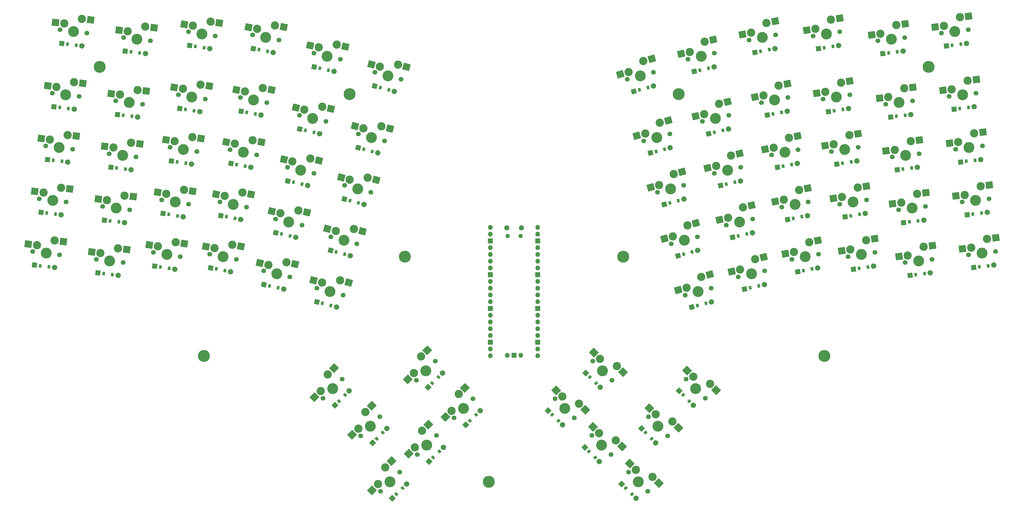
<source format=gbr>
%TF.GenerationSoftware,KiCad,Pcbnew,8.0.6*%
%TF.CreationDate,2024-12-18T16:48:01-08:00*%
%TF.ProjectId,gundamBowtie,67756e64-616d-4426-9f77-7469652e6b69,v1.0.0*%
%TF.SameCoordinates,Original*%
%TF.FileFunction,Soldermask,Bot*%
%TF.FilePolarity,Negative*%
%FSLAX46Y46*%
G04 Gerber Fmt 4.6, Leading zero omitted, Abs format (unit mm)*
G04 Created by KiCad (PCBNEW 8.0.6) date 2024-12-18 16:48:01*
%MOMM*%
%LPD*%
G01*
G04 APERTURE LIST*
G04 Aperture macros list*
%AMRoundRect*
0 Rectangle with rounded corners*
0 $1 Rounding radius*
0 $2 $3 $4 $5 $6 $7 $8 $9 X,Y pos of 4 corners*
0 Add a 4 corners polygon primitive as box body*
4,1,4,$2,$3,$4,$5,$6,$7,$8,$9,$2,$3,0*
0 Add four circle primitives for the rounded corners*
1,1,$1+$1,$2,$3*
1,1,$1+$1,$4,$5*
1,1,$1+$1,$6,$7*
1,1,$1+$1,$8,$9*
0 Add four rect primitives between the rounded corners*
20,1,$1+$1,$2,$3,$4,$5,0*
20,1,$1+$1,$4,$5,$6,$7,0*
20,1,$1+$1,$6,$7,$8,$9,0*
20,1,$1+$1,$8,$9,$2,$3,0*%
G04 Aperture macros list end*
%ADD10RoundRect,0.050000X0.000000X-1.257236X1.257236X0.000000X0.000000X1.257236X-1.257236X0.000000X0*%
%ADD11RoundRect,0.050000X0.106066X-0.742462X0.742462X-0.106066X-0.106066X0.742462X-0.742462X0.106066X0*%
%ADD12C,2.005000*%
%ADD13C,1.801800*%
%ADD14C,3.100000*%
%ADD15C,4.087800*%
%ADD16RoundRect,0.050000X-1.013063X-1.470315X1.490086X-0.983753X1.013063X1.470315X-1.490086X0.983753X0*%
%ADD17RoundRect,0.050000X-0.908032X-1.537402X1.555079X-0.877413X0.908032X1.537402X-1.555079X0.877413X0*%
%ADD18RoundRect,0.050000X-1.257236X0.000000X0.000000X-1.257236X1.257236X0.000000X0.000000X1.257236X0*%
%ADD19RoundRect,0.050000X-0.742462X-0.106066X-0.106066X-0.742462X0.742462X0.106066X0.106066X0.742462X0*%
%ADD20RoundRect,0.050000X-0.990715X-0.774032X0.774032X-0.990715X0.990715X0.774032X-0.774032X0.990715X0*%
%ADD21RoundRect,0.050000X-0.519767X-0.540686X0.373524X-0.650369X0.519767X0.540686X-0.373524X0.650369X0*%
%ADD22RoundRect,0.050000X-1.017125X-0.738985X0.738985X-1.017125X1.017125X0.738985X-0.738985X1.017125X0*%
%ADD23RoundRect,0.050000X-0.538320X-0.522217X0.350599X-0.663009X0.538320X0.522217X-0.350599X0.663009X0*%
%ADD24RoundRect,0.050000X-1.454846X-1.035156X1.063760X-1.434064X1.454846X1.035156X-1.063760X1.434064X0*%
%ADD25RoundRect,0.050000X-1.042296X-0.703037X0.703037X-1.042296X1.042296X0.703037X-0.703037X1.042296X0*%
%ADD26RoundRect,0.050000X-0.556218X-0.503112X0.327247X-0.674840X0.556218X0.503112X-0.327247X0.674840X0*%
%ADD27RoundRect,0.050000X-0.703037X-1.042296X1.042296X-0.703037X0.703037X1.042296X-1.042296X0.703037X0*%
%ADD28RoundRect,0.050000X-0.327247X-0.674840X0.556218X-0.503112X0.327247X0.674840X-0.556218X0.503112X0*%
%ADD29RoundRect,0.050000X-1.555079X-0.877413X0.908032X-1.537402X1.555079X0.877413X-0.908032X1.537402X0*%
%ADD30O,1.800000X1.800000*%
%ADD31RoundRect,0.050000X-0.850000X-0.850000X0.850000X-0.850000X0.850000X0.850000X-0.850000X0.850000X0*%
%ADD32O,1.900000X1.900000*%
%ADD33O,1.600000X1.600000*%
%ADD34RoundRect,0.050000X-1.113160X-1.396066X1.417833X-1.085299X1.113160X1.396066X-1.417833X1.085299X0*%
%ADD35RoundRect,0.050000X-1.417833X-1.085299X1.113160X-1.396066X1.417833X1.085299X-1.113160X1.396066X0*%
%ADD36RoundRect,0.050000X-1.088798X-0.628618X0.628618X-1.088798X1.088798X0.628618X-0.628618X1.088798X0*%
%ADD37RoundRect,0.050000X-0.589958X-0.463087X0.279375X-0.696024X0.589958X0.463087X-0.279375X0.696024X0*%
%ADD38RoundRect,0.050000X-0.774032X-0.990715X0.990715X-0.774032X0.774032X0.990715X-0.990715X0.774032X0*%
%ADD39RoundRect,0.050000X-0.373524X-0.650369X0.519767X-0.540686X0.373524X0.650369X-0.519767X0.540686X0*%
%ADD40RoundRect,0.050000X-1.063760X-1.434064X1.454846X-1.035156X1.063760X1.434064X-1.454846X1.035156X0*%
%ADD41RoundRect,0.050000X-0.666234X-1.066196X1.066196X-0.666234X0.666234X1.066196X-1.066196X0.666234X0*%
%ADD42RoundRect,0.050000X-0.303496X-0.685850X0.573437X-0.483394X0.303496X0.685850X-0.573437X0.483394X0*%
%ADD43RoundRect,0.050000X-1.785445X0.017678X0.017678X-1.785445X1.785445X-0.017678X-0.017678X1.785445X0*%
%ADD44RoundRect,0.050000X-0.961133X-1.504775X1.523511X-0.931150X0.961133X1.504775X-1.523511X0.931150X0*%
%ADD45RoundRect,0.050000X-1.490086X-0.983753X1.013063X-1.470315X1.490086X0.983753X-1.013063X1.470315X0*%
%ADD46RoundRect,0.050000X-0.017678X-1.785445X1.785445X0.017678X0.017678X1.785445X-1.785445X-0.017678X0*%
%ADD47C,0.800000*%
%ADD48C,4.500000*%
%ADD49RoundRect,0.050000X-1.523511X-0.931150X0.961133X-1.504775X1.523511X0.931150X-0.961133X1.504775X0*%
%ADD50RoundRect,0.050000X-0.738985X-1.017125X1.017125X-0.738985X0.738985X1.017125X-1.017125X0.738985X0*%
%ADD51RoundRect,0.050000X-0.350599X-0.663009X0.538320X-0.522217X0.350599X0.663009X-0.538320X0.522217X0*%
%ADD52RoundRect,0.050000X-0.628618X-1.088798X1.088798X-0.628618X0.628618X1.088798X-1.088798X0.628618X0*%
%ADD53RoundRect,0.050000X-0.279375X-0.696024X0.589958X-0.463087X0.279375X0.696024X-0.589958X0.463087X0*%
%ADD54RoundRect,0.050000X-1.066196X-0.666234X0.666234X-1.066196X1.066196X0.666234X-0.666234X1.066196X0*%
%ADD55RoundRect,0.050000X-0.573437X-0.483394X0.303496X-0.685850X0.573437X0.483394X-0.303496X0.685850X0*%
G04 APERTURE END LIST*
D10*
%TO.C,D34*%
X162183448Y-233057988D03*
D11*
X163710795Y-231530634D03*
X166044247Y-229197180D03*
D12*
X167571594Y-227669826D03*
%TD*%
D13*
%TO.C,S52*%
X312172762Y-143173675D03*
D14*
X312934768Y-140438016D03*
D15*
X317159427Y-142204366D03*
D14*
X318683451Y-136733044D03*
D13*
X322146092Y-141235057D03*
D16*
X309719945Y-141062916D03*
X321924777Y-136102991D03*
%TD*%
D13*
%TO.C,S66*%
X250362686Y-75515158D03*
D14*
X250932018Y-72733015D03*
D15*
X255269596Y-74200360D03*
D14*
X256408246Y-68636051D03*
D13*
X260176506Y-72885562D03*
D17*
X247768609Y-73580650D03*
X259597731Y-67781436D03*
%TD*%
D18*
%TO.C,D71*%
X234478135Y-213881267D03*
D19*
X236005489Y-215408614D03*
X238338943Y-217742066D03*
D12*
X239866297Y-219269413D03*
%TD*%
D20*
%TO.C,D8*%
X56577332Y-108588468D03*
D21*
X58721230Y-108851702D03*
X61996636Y-109253870D03*
D12*
X64140534Y-109517104D03*
%TD*%
D22*
%TO.C,D12*%
X76129728Y-125977093D03*
D23*
X78263140Y-126314988D03*
X81522500Y-126831226D03*
D12*
X83655912Y-127169121D03*
%TD*%
D13*
%TO.C,S12*%
X75657545Y-120839953D03*
D14*
X77309254Y-118529889D03*
D15*
X80674998Y-121634635D03*
D14*
X83978416Y-117014521D03*
D13*
X85692451Y-122429317D03*
D24*
X74074563Y-118017569D03*
X87239760Y-117531067D03*
%TD*%
D25*
%TO.C,D18*%
X101617200Y-107120422D03*
D26*
X103737517Y-107532561D03*
X106976883Y-108162241D03*
D12*
X109097200Y-108574380D03*
%TD*%
D27*
%TO.C,D55*%
X302924937Y-88941812D03*
D28*
X305045250Y-88529673D03*
X308284622Y-87900005D03*
D12*
X310404935Y-87487866D03*
%TD*%
D13*
%TO.C,S27*%
X139097372Y-134704771D03*
D14*
X140981495Y-132580012D03*
D15*
X144004273Y-136019571D03*
D14*
X147772528Y-131770067D03*
D13*
X148911174Y-137334371D03*
D29*
X137818086Y-131732383D03*
X150962004Y-132624690D03*
%TD*%
D30*
%TO.C,_1*%
X210459144Y-179238110D03*
D31*
X207919158Y-179238108D03*
D30*
X205379148Y-179238123D03*
X216809144Y-131208111D03*
X216809147Y-133748113D03*
D31*
X216809160Y-136288107D03*
D30*
X216809148Y-138828099D03*
X216809153Y-141368114D03*
X216809146Y-143908108D03*
X216809147Y-146448106D03*
D31*
X216809142Y-148988114D03*
D30*
X216809145Y-151528110D03*
X216809148Y-154068102D03*
X216809143Y-156608112D03*
X216809143Y-159148111D03*
D31*
X216809154Y-161688111D03*
D30*
X216809149Y-164228110D03*
X216809147Y-166768115D03*
X216809149Y-169308103D03*
X216809150Y-171848107D03*
D31*
X216809127Y-174388118D03*
D30*
X216809143Y-176928106D03*
X216809147Y-179468111D03*
X199029148Y-179468107D03*
X199029145Y-176928105D03*
D31*
X199029132Y-174388111D03*
D30*
X199029144Y-171848119D03*
X199029139Y-169308104D03*
X199029146Y-166768110D03*
X199029145Y-164228112D03*
D31*
X199029150Y-161688104D03*
D30*
X199029147Y-159148108D03*
X199029144Y-156608116D03*
X199029149Y-154068106D03*
X199029149Y-151528107D03*
D31*
X199029138Y-148988107D03*
D30*
X199029143Y-146448108D03*
X199029145Y-143908103D03*
X199029143Y-141368115D03*
X199029142Y-138828111D03*
D31*
X199029165Y-136288100D03*
D30*
X199029149Y-133748112D03*
X199029145Y-131208107D03*
D32*
X210644156Y-131338118D03*
D33*
X210344141Y-134368107D03*
X205494142Y-134368111D03*
D32*
X205194158Y-131338107D03*
%TD*%
D13*
%TO.C,S46*%
X344465663Y-61037099D03*
D14*
X345416636Y-58361260D03*
D15*
X349507786Y-60418005D03*
D14*
X351409758Y-55066315D03*
D13*
X354549909Y-59798911D03*
D34*
X342166045Y-58760390D03*
X354687137Y-54663919D03*
%TD*%
D13*
%TO.C,S28*%
X144273764Y-115386260D03*
D14*
X146157887Y-113261501D03*
D15*
X149180665Y-116701060D03*
D14*
X152948920Y-112451556D03*
D13*
X154087566Y-118015860D03*
D29*
X142994478Y-112413872D03*
X156138396Y-113306179D03*
%TD*%
D13*
%TO.C,S2*%
X29667663Y-120397054D03*
D14*
X31237738Y-118030757D03*
D15*
X34709790Y-121016146D03*
D14*
X37849954Y-116283559D03*
D13*
X39751917Y-121635238D03*
D35*
X27987149Y-117631633D03*
X41127340Y-116685973D03*
%TD*%
D36*
%TO.C,D28*%
X144206372Y-120544585D03*
D37*
X146292772Y-121103624D03*
X149480322Y-121957746D03*
D12*
X151566722Y-122516785D03*
%TD*%
D38*
%TO.C,D39*%
X375518842Y-106592271D03*
D39*
X377662735Y-106329028D03*
X380938155Y-105926862D03*
D12*
X383082048Y-105663619D03*
%TD*%
D13*
%TO.C,S11*%
X72528882Y-140593772D03*
D14*
X74180591Y-138283708D03*
D15*
X77546335Y-141388454D03*
D14*
X80849753Y-136768340D03*
D13*
X82563788Y-142183136D03*
D24*
X70945900Y-137771388D03*
X84111097Y-137284886D03*
%TD*%
D20*
%TO.C,D4*%
X35193599Y-85812684D03*
D21*
X37337497Y-86075918D03*
X40612903Y-86478086D03*
D12*
X42756801Y-86741320D03*
%TD*%
D13*
%TO.C,S47*%
X333274538Y-142183095D03*
D14*
X334131536Y-139475695D03*
D15*
X338291982Y-141388412D03*
D14*
X340006026Y-135973606D03*
D13*
X343309426Y-140593729D03*
D40*
X330896870Y-139988022D03*
X343267362Y-135457063D03*
%TD*%
D13*
%TO.C,S45*%
X347390519Y-84858232D03*
D14*
X348341492Y-82182393D03*
D15*
X352432642Y-84239138D03*
D14*
X354334614Y-78887448D03*
D13*
X357474765Y-83620044D03*
D34*
X345090901Y-82581523D03*
X357611993Y-78485052D03*
%TD*%
D10*
%TO.C,D36*%
X189760651Y-205480852D03*
D11*
X191287998Y-203953498D03*
X193621450Y-201620044D03*
D12*
X195148797Y-200092690D03*
%TD*%
D41*
%TO.C,D58*%
X289935682Y-134906909D03*
D42*
X292040319Y-134421013D03*
X295255741Y-133678677D03*
D12*
X297360378Y-133192781D03*
%TD*%
D20*
%TO.C,D10*%
X61939597Y-64916422D03*
D21*
X64083495Y-65179656D03*
X67358901Y-65581824D03*
D12*
X69502799Y-65845058D03*
%TD*%
D13*
%TO.C,S72*%
X223327057Y-195659144D03*
D14*
X226021135Y-194761113D03*
D15*
X226919154Y-199251243D03*
D14*
X232307319Y-197455187D03*
D13*
X230511251Y-202843342D03*
D43*
X223705348Y-192445338D03*
X234642177Y-199790060D03*
%TD*%
D13*
%TO.C,S30*%
X155661797Y-72885505D03*
D14*
X157545920Y-70760746D03*
D15*
X160568698Y-74200305D03*
D14*
X164336953Y-69950801D03*
D13*
X165475599Y-75515105D03*
D29*
X154382511Y-69913117D03*
X167526429Y-70805424D03*
%TD*%
D13*
%TO.C,S7*%
X53488793Y-123321856D03*
D14*
X55058868Y-120955559D03*
D15*
X58530920Y-123940948D03*
D14*
X61671084Y-119208361D03*
D13*
X63573047Y-124560040D03*
D35*
X51808279Y-120556435D03*
X64948470Y-119610775D03*
%TD*%
D38*
%TO.C,D41*%
X370156603Y-62920214D03*
D39*
X372300496Y-62656971D03*
X375575916Y-62254805D03*
D12*
X377719809Y-61991562D03*
%TD*%
D13*
%TO.C,S15*%
X85669336Y-57627919D03*
D14*
X87321045Y-55317855D03*
D15*
X90686789Y-58422601D03*
D14*
X93990207Y-53802487D03*
D13*
X95704242Y-59217283D03*
D24*
X84086354Y-54805535D03*
X97251551Y-54319033D03*
%TD*%
D13*
%TO.C,S59*%
X283074422Y-110833328D03*
D14*
X283740500Y-108072747D03*
D15*
X288024232Y-109690581D03*
D14*
X289356380Y-104169402D03*
D13*
X292974042Y-108547834D03*
D44*
X280549453Y-108809460D03*
X292573745Y-103426618D03*
%TD*%
D38*
%TO.C,D42*%
X356572503Y-149218954D03*
D39*
X358716396Y-148955711D03*
X361991816Y-148553545D03*
D12*
X364135709Y-148290302D03*
%TD*%
D13*
%TO.C,S16*%
X93692183Y-141235051D03*
D14*
X95423496Y-138984041D03*
D15*
X98678845Y-142204360D03*
D14*
X102141488Y-137702351D03*
D13*
X103665507Y-143173669D03*
D45*
X92208671Y-138359147D03*
X105382821Y-138332400D03*
%TD*%
D20*
%TO.C,D2*%
X30318832Y-125514531D03*
D21*
X32462730Y-125777765D03*
X35738136Y-126179933D03*
D12*
X37882034Y-126443167D03*
%TD*%
D27*
%TO.C,D52*%
X314373483Y-147839441D03*
D28*
X316493796Y-147427302D03*
X319733168Y-146797634D03*
D12*
X321853481Y-146385495D03*
%TD*%
D18*
%TO.C,D68*%
X269833451Y-192668066D03*
D19*
X271360805Y-194195413D03*
X273694259Y-196528865D03*
D12*
X275221613Y-198056212D03*
%TD*%
D13*
%TO.C,S32*%
X136183138Y-195418697D03*
D14*
X135285107Y-192724619D03*
D15*
X139775237Y-191826600D03*
D14*
X137979181Y-186438435D03*
D13*
X143367336Y-188234503D03*
D46*
X132969332Y-195040406D03*
X140314054Y-184103577D03*
%TD*%
D36*
%TO.C,D30*%
X155594407Y-78043884D03*
D37*
X157680807Y-78602923D03*
X160868357Y-79457045D03*
D12*
X162954757Y-80016084D03*
%TD*%
D38*
%TO.C,D40*%
X373081491Y-86741308D03*
D39*
X375225384Y-86478065D03*
X378500804Y-86075899D03*
D12*
X380644697Y-85812656D03*
%TD*%
D38*
%TO.C,D43*%
X354135141Y-129368063D03*
D39*
X356279034Y-129104820D03*
X359554454Y-128702654D03*
D12*
X361698347Y-128439411D03*
%TD*%
D20*
%TO.C,D1*%
X27881439Y-145365428D03*
D21*
X30025337Y-145628662D03*
X33300743Y-146030830D03*
D12*
X35444641Y-146294064D03*
%TD*%
D13*
%TO.C,S53*%
X308356596Y-123541124D03*
D14*
X309118602Y-120805465D03*
D15*
X313343261Y-122571815D03*
D14*
X314867285Y-117100493D03*
D13*
X318329926Y-121602506D03*
D16*
X305903779Y-121430365D03*
X318108611Y-116470440D03*
%TD*%
D47*
%TO.C,_3*%
X361838610Y-70994100D03*
X362460477Y-72093235D03*
X362176102Y-69777174D03*
X363677403Y-72430727D03*
D48*
X363476320Y-70793017D03*
D47*
X363275237Y-69155307D03*
X364776538Y-71808860D03*
X364492163Y-69492799D03*
X365114030Y-70591934D03*
%TD*%
D13*
%TO.C,S51*%
X320134052Y-59217320D03*
D14*
X320991050Y-56509920D03*
D15*
X325151496Y-58422637D03*
D14*
X326865540Y-53007831D03*
D13*
X330168940Y-57627954D03*
D40*
X317756384Y-57022247D03*
X330126876Y-52491288D03*
%TD*%
D13*
%TO.C,S25*%
X132762162Y-65675536D03*
D14*
X134570977Y-63486318D03*
D15*
X137711956Y-66818290D03*
D14*
X141329609Y-62439864D03*
D13*
X142661750Y-67961044D03*
D49*
X131379927Y-62749619D03*
X144546988Y-63182654D03*
%TD*%
D38*
%TO.C,D45*%
X349260365Y-89666168D03*
D39*
X351404258Y-89402925D03*
X354679678Y-89000759D03*
D12*
X356823571Y-88737516D03*
%TD*%
D47*
%TO.C,_8*%
X165351189Y-141739499D03*
X165516016Y-142991558D03*
X166119966Y-140737612D03*
X167372025Y-140572785D03*
D48*
X166944964Y-142166560D03*
D47*
X166517903Y-143760335D03*
X167769962Y-143595508D03*
X168373912Y-141341562D03*
X168538739Y-142593621D03*
%TD*%
D13*
%TO.C,S67*%
X258328855Y-202376641D03*
D14*
X261022933Y-201478610D03*
D15*
X261920952Y-205968740D03*
D14*
X267309117Y-204172684D03*
D13*
X265513049Y-209560839D03*
D43*
X258707146Y-199162835D03*
X269643975Y-206507557D03*
%TD*%
D38*
%TO.C,D38*%
X377956267Y-126443168D03*
D39*
X380100160Y-126179925D03*
X383375580Y-125777759D03*
D12*
X385519473Y-125514516D03*
%TD*%
D13*
%TO.C,S22*%
X118365219Y-128035248D03*
D14*
X120174034Y-125846030D03*
D15*
X123315013Y-129178002D03*
D14*
X126932666Y-124799576D03*
D13*
X128264807Y-130320756D03*
D49*
X116982984Y-125109331D03*
X130150045Y-125542366D03*
%TD*%
D50*
%TO.C,D51*%
X322170573Y-63957022D03*
D51*
X324303976Y-63619136D03*
X327563350Y-63102904D03*
D12*
X329696753Y-62765018D03*
%TD*%
D52*
%TO.C,D63*%
X269447966Y-141835308D03*
D53*
X271534367Y-141276255D03*
X274721921Y-140422153D03*
D12*
X276808322Y-139863100D03*
%TD*%
D13*
%TO.C,S56*%
X296144831Y-60716993D03*
D14*
X296906837Y-57981334D03*
D15*
X301131496Y-59747684D03*
D14*
X302655520Y-54276362D03*
D13*
X306118161Y-58778375D03*
D16*
X293692014Y-58606234D03*
X305896846Y-53646309D03*
%TD*%
D54*
%TO.C,D22*%
X118477945Y-133192776D03*
D55*
X120582580Y-133678668D03*
X123798018Y-134421016D03*
D12*
X125902653Y-134906908D03*
%TD*%
D13*
%TO.C,S23*%
X122864262Y-108547853D03*
D14*
X124673077Y-106358635D03*
D15*
X127814056Y-109690607D03*
D14*
X131431709Y-105312181D03*
D13*
X132763850Y-110833361D03*
D49*
X121482027Y-105621936D03*
X134649088Y-106054971D03*
%TD*%
D13*
%TO.C,S50*%
X323888487Y-82921837D03*
D14*
X324745485Y-80214437D03*
D15*
X328905931Y-82127154D03*
D14*
X330619975Y-76712348D03*
D13*
X333923375Y-81332471D03*
D40*
X321510819Y-80726764D03*
X333881311Y-76195805D03*
%TD*%
D13*
%TO.C,S54*%
X304540403Y-103908526D03*
D14*
X305302409Y-101172867D03*
D15*
X309527068Y-102939217D03*
D14*
X311051092Y-97467895D03*
D13*
X314513733Y-101969908D03*
D16*
X302087586Y-101797767D03*
X314292418Y-96837842D03*
%TD*%
D13*
%TO.C,S63*%
X266927130Y-137334353D03*
D14*
X267496462Y-134552210D03*
D15*
X271834040Y-136019555D03*
D14*
X272972690Y-130455246D03*
D13*
X276740950Y-134704757D03*
D17*
X264333053Y-135399845D03*
X276162175Y-129600631D03*
%TD*%
D41*
%TO.C,D60*%
X280937626Y-95932102D03*
D42*
X283042263Y-95446206D03*
X286257685Y-94703870D03*
D12*
X288362322Y-94217974D03*
%TD*%
D18*
%TO.C,D69*%
X234831694Y-185950547D03*
D19*
X236359048Y-187477894D03*
X238692502Y-189811346D03*
D12*
X240219856Y-191338693D03*
%TD*%
D13*
%TO.C,S62*%
X272103506Y-156652890D03*
D14*
X272672838Y-153870747D03*
D15*
X277010416Y-155338092D03*
D14*
X278149066Y-149773783D03*
D13*
X281917326Y-154023294D03*
D17*
X269509429Y-154718382D03*
X281338551Y-148919168D03*
%TD*%
D36*
%TO.C,D29*%
X149382713Y-101226076D03*
D37*
X151469113Y-101785115D03*
X154656663Y-102639237D03*
D12*
X156743063Y-103198276D03*
%TD*%
D13*
%TO.C,S57*%
X292072454Y-149808154D03*
D14*
X292738532Y-147047573D03*
D15*
X297022264Y-148665407D03*
D14*
X298354412Y-143144228D03*
D13*
X301972074Y-147522660D03*
D44*
X289547485Y-147784286D03*
X301571777Y-142401444D03*
%TD*%
D18*
%TO.C,D67*%
X255691310Y-206810226D03*
D19*
X257218664Y-208337573D03*
X259552118Y-210671025D03*
D12*
X261079472Y-212198372D03*
%TD*%
D13*
%TO.C,S42*%
X354702636Y-144410991D03*
D14*
X355653609Y-141735152D03*
D15*
X359744759Y-143791897D03*
D14*
X361646731Y-138440207D03*
D13*
X364786882Y-143172803D03*
D34*
X352403018Y-142134282D03*
X364924110Y-138037811D03*
%TD*%
D13*
%TO.C,S69*%
X237469159Y-181517017D03*
D14*
X240163237Y-180618986D03*
D15*
X241061256Y-185109116D03*
D14*
X246449421Y-183313060D03*
D13*
X244653353Y-188701215D03*
D43*
X237847450Y-178303211D03*
X248784279Y-185647933D03*
%TD*%
D13*
%TO.C,S43*%
X352265269Y-124560034D03*
D14*
X353216242Y-121884195D03*
D15*
X357307392Y-123940940D03*
D14*
X359209364Y-118589250D03*
D13*
X362349515Y-123321846D03*
D34*
X349965651Y-122283325D03*
X362486743Y-118186854D03*
%TD*%
D35*
%TO.C,S5*%
X48926972Y-53162991D03*
X35786781Y-54108651D03*
D13*
X47551549Y-58112256D03*
D14*
X45649586Y-52760577D03*
D15*
X42509422Y-57493164D03*
D14*
X39037370Y-54507775D03*
D13*
X37467295Y-56874072D03*
%TD*%
%TO.C,S58*%
X287573416Y-130320753D03*
D14*
X288239494Y-127560172D03*
D15*
X292523226Y-129178006D03*
D14*
X293855374Y-123656827D03*
D13*
X297473036Y-128035259D03*
D44*
X285048447Y-128296885D03*
X297072739Y-122914043D03*
%TD*%
D10*
%TO.C,D31*%
X154758799Y-212198368D03*
D11*
X156286146Y-210671014D03*
X158619598Y-208337560D03*
D12*
X160146945Y-206810206D03*
%TD*%
D36*
%TO.C,D27*%
X139030014Y-139863138D03*
D37*
X141116414Y-140422177D03*
X144303964Y-141276299D03*
D12*
X146390364Y-141835338D03*
%TD*%
D13*
%TO.C,S29*%
X149450122Y-96067736D03*
D14*
X151334245Y-93942977D03*
D15*
X154357023Y-97382536D03*
D14*
X158125278Y-93133032D03*
D13*
X159263924Y-98697336D03*
D29*
X148170836Y-93095348D03*
X161314754Y-93987655D03*
%TD*%
D13*
%TO.C,S49*%
X327017148Y-102675609D03*
D14*
X327874146Y-99968209D03*
D15*
X332034592Y-101880926D03*
D14*
X333748636Y-96466120D03*
D13*
X337052036Y-101086243D03*
D40*
X324639480Y-100480536D03*
X337009972Y-95949577D03*
%TD*%
D47*
%TO.C,_4*%
X144512588Y-80704059D03*
X144721022Y-81949597D03*
X145245943Y-79675948D03*
X146491481Y-79467514D03*
D48*
X146120307Y-81075233D03*
D47*
X145749133Y-82682952D03*
X146994671Y-82474518D03*
X147519592Y-80200869D03*
X147728026Y-81446407D03*
%TD*%
%TO.C,_9*%
X247299489Y-142593601D03*
X247464325Y-141341548D03*
X248068264Y-143595491D03*
X249320317Y-143760327D03*
D48*
X248893266Y-142166550D03*
D47*
X248466215Y-140572773D03*
X249718268Y-140737609D03*
X250322207Y-142991552D03*
X250487043Y-141739499D03*
%TD*%
D41*
%TO.C,D61*%
X275538809Y-72547253D03*
D42*
X277643446Y-72061357D03*
X280858868Y-71319021D03*
D12*
X282963505Y-70833125D03*
%TD*%
D13*
%TO.C,S19*%
X105140746Y-82337398D03*
D14*
X106872059Y-80086388D03*
D15*
X110127408Y-83306707D03*
D14*
X113590051Y-78804698D03*
D13*
X115114070Y-84276016D03*
D45*
X103657234Y-79461494D03*
X116831384Y-79434747D03*
%TD*%
D22*
%TO.C,D11*%
X73001053Y-145730843D03*
D23*
X75134465Y-146068738D03*
X78393825Y-146584976D03*
D12*
X80527237Y-146922871D03*
%TD*%
D13*
%TO.C,S35*%
X171538440Y-216631927D03*
D14*
X170640409Y-213937849D03*
D15*
X175130539Y-213039830D03*
D14*
X173334483Y-207651665D03*
D13*
X178722638Y-209447733D03*
D46*
X168324634Y-216253636D03*
X175669356Y-205316807D03*
%TD*%
D18*
%TO.C,D72*%
X220689516Y-200092698D03*
D19*
X222216870Y-201620045D03*
X224550324Y-203953497D03*
D12*
X226077678Y-205480844D03*
%TD*%
D13*
%TO.C,S38*%
X376086365Y-121635199D03*
D14*
X377037338Y-118959360D03*
D15*
X381128488Y-121016105D03*
D14*
X383030460Y-115664415D03*
D13*
X386170611Y-120397011D03*
D34*
X373786747Y-119358490D03*
X386307839Y-115262019D03*
%TD*%
D38*
%TO.C,D37*%
X380393630Y-146294086D03*
D39*
X382537523Y-146030843D03*
X385812943Y-145628677D03*
D12*
X387956836Y-145365434D03*
%TD*%
D13*
%TO.C,S24*%
X127363294Y-89060446D03*
D14*
X129172109Y-86871228D03*
D15*
X132313088Y-90203200D03*
D14*
X135930741Y-85824774D03*
D13*
X137262882Y-91345954D03*
D49*
X125981059Y-86134529D03*
X139148120Y-86567564D03*
%TD*%
D13*
%TO.C,S39*%
X373649023Y-101784297D03*
D14*
X374599996Y-99108458D03*
D15*
X378691146Y-101165203D03*
D14*
X380593118Y-95813513D03*
D13*
X383733269Y-100546109D03*
D34*
X371349405Y-99507588D03*
X383870497Y-95411117D03*
%TD*%
D13*
%TO.C,S65*%
X256574315Y-98697353D03*
D14*
X257143647Y-95915210D03*
D15*
X261481225Y-97382555D03*
D14*
X262619875Y-91818246D03*
D13*
X266388135Y-96067757D03*
D17*
X253980238Y-96762845D03*
X265809360Y-90963631D03*
%TD*%
D52*
%TO.C,D62*%
X274624307Y-161153842D03*
D53*
X276710708Y-160594789D03*
X279898262Y-159740687D03*
D12*
X281984663Y-159181634D03*
%TD*%
D50*
%TO.C,D49*%
X329053688Y-107415326D03*
D51*
X331187091Y-107077440D03*
X334446465Y-106561208D03*
D12*
X336579868Y-106223322D03*
%TD*%
D22*
%TO.C,D15*%
X86141574Y-62765044D03*
D23*
X88274986Y-63102939D03*
X91534346Y-63619177D03*
D12*
X93667758Y-63957072D03*
%TD*%
D13*
%TO.C,S34*%
X157749871Y-230420492D03*
D14*
X156851840Y-227726414D03*
D15*
X161341970Y-226828395D03*
D14*
X159545914Y-221440230D03*
D13*
X164934069Y-223236298D03*
D46*
X154536065Y-230042201D03*
X161880787Y-219105372D03*
%TD*%
D13*
%TO.C,S6*%
X51051386Y-143172844D03*
D14*
X52621461Y-140806547D03*
D15*
X56093513Y-143791936D03*
D14*
X59233677Y-139059349D03*
D13*
X61135640Y-144411028D03*
D35*
X49370872Y-140407423D03*
X62511063Y-139461763D03*
%TD*%
D47*
%TO.C,_6*%
X89808442Y-179191307D03*
X90505461Y-178138231D03*
X90060209Y-180428811D03*
X91742965Y-177886464D03*
D48*
X91428125Y-179506147D03*
D47*
X91113285Y-181125830D03*
X92796041Y-178583483D03*
X92350789Y-180874063D03*
X93047808Y-179820987D03*
%TD*%
D13*
%TO.C,S3*%
X32105038Y-100546103D03*
D14*
X33675113Y-98179806D03*
D15*
X37147165Y-101165195D03*
D14*
X40287329Y-96432608D03*
D13*
X42189292Y-101784287D03*
D35*
X30424524Y-97780682D03*
X43564715Y-96835022D03*
%TD*%
D47*
%TO.C,_2*%
X50724313Y-70591939D03*
X51061796Y-71808861D03*
X51346178Y-69492803D03*
X52563100Y-69155320D03*
D48*
X52362016Y-70793023D03*
D47*
X52160932Y-72430726D03*
X53377854Y-72093243D03*
X53662236Y-69777185D03*
X53999719Y-70994107D03*
%TD*%
D13*
%TO.C,S10*%
X61288418Y-59798927D03*
D14*
X62858493Y-57432630D03*
D15*
X66330545Y-60418019D03*
D14*
X69470709Y-55685432D03*
D13*
X71372672Y-61037111D03*
D35*
X59607904Y-57033506D03*
X72748095Y-56087846D03*
%TD*%
D25*
%TO.C,D16*%
X93984821Y-146385521D03*
D26*
X96105138Y-146797660D03*
X99344504Y-147427340D03*
D12*
X101464821Y-147839479D03*
%TD*%
D13*
%TO.C,S40*%
X371211618Y-81933340D03*
D14*
X372162591Y-79257501D03*
D15*
X376253741Y-81314246D03*
D14*
X378155713Y-75962556D03*
D13*
X381295864Y-80695152D03*
D34*
X368912000Y-79656631D03*
X381433092Y-75560160D03*
%TD*%
D50*
%TO.C,D48*%
X332182374Y-127169111D03*
D51*
X334315777Y-126831225D03*
X337575151Y-126314993D03*
D12*
X339708554Y-125977107D03*
%TD*%
D52*
%TO.C,D66*%
X252883564Y-80016084D03*
D53*
X254969965Y-79457031D03*
X258157519Y-78602929D03*
D12*
X260243920Y-78043876D03*
%TD*%
D13*
%TO.C,S17*%
X97508352Y-121602466D03*
D14*
X99239665Y-119351456D03*
D15*
X102495014Y-122571775D03*
D14*
X105957657Y-118069766D03*
D13*
X107481676Y-123541084D03*
D45*
X96024840Y-118726562D03*
X109198990Y-118699815D03*
%TD*%
D13*
%TO.C,S14*%
X81914920Y-81332421D03*
D14*
X83566629Y-79022357D03*
D15*
X86932373Y-82127103D03*
D14*
X90235791Y-77506989D03*
D13*
X91949826Y-82921785D03*
D24*
X80331938Y-78510037D03*
X93497135Y-78023535D03*
%TD*%
D13*
%TO.C,S13*%
X78786275Y-101086213D03*
D14*
X80437984Y-98776149D03*
D15*
X83803728Y-101880895D03*
D14*
X87107146Y-97260781D03*
D13*
X88821181Y-102675577D03*
D24*
X77203293Y-98263829D03*
X90368490Y-97777327D03*
%TD*%
D41*
%TO.C,D59*%
X285436669Y-115419508D03*
D42*
X287541306Y-114933612D03*
X290756728Y-114191276D03*
D12*
X292861365Y-113705380D03*
%TD*%
D13*
%TO.C,S20*%
X109720158Y-58778349D03*
D14*
X111451471Y-56527339D03*
D15*
X114706820Y-59747658D03*
D14*
X118169463Y-55245649D03*
D13*
X119693482Y-60716967D03*
D45*
X108236646Y-55902445D03*
X121410796Y-55875698D03*
%TD*%
D27*
%TO.C,D56*%
X298345539Y-65382756D03*
D28*
X300465852Y-64970617D03*
X303705224Y-64340949D03*
D12*
X305825537Y-63928810D03*
%TD*%
D13*
%TO.C,S71*%
X237115645Y-209447709D03*
D14*
X239809723Y-208549678D03*
D15*
X240707742Y-213039808D03*
D14*
X246095907Y-211243752D03*
D13*
X244299839Y-216631907D03*
D43*
X237493936Y-206233903D03*
X248430765Y-213578625D03*
%TD*%
D13*
%TO.C,S36*%
X185327034Y-202843325D03*
D14*
X184429003Y-200149247D03*
D15*
X188919133Y-199251228D03*
D14*
X187123077Y-193863063D03*
D13*
X192511232Y-195659131D03*
D46*
X182113228Y-202465034D03*
X189457950Y-191528205D03*
%TD*%
D27*
%TO.C,D54*%
X306741115Y-108574346D03*
D28*
X308861428Y-108162207D03*
X312100800Y-107532539D03*
D12*
X314221113Y-107120400D03*
%TD*%
D10*
%TO.C,D33*%
X175618453Y-191338692D03*
D11*
X177145800Y-189811338D03*
X179479252Y-187477884D03*
D12*
X181006599Y-185950530D03*
%TD*%
D13*
%TO.C,S61*%
X273176612Y-67961044D03*
D14*
X273842690Y-65200463D03*
D15*
X278126422Y-66818297D03*
D14*
X279458570Y-61297118D03*
D13*
X283076232Y-65675550D03*
D44*
X270651643Y-65937176D03*
X282675935Y-60554334D03*
%TD*%
D54*
%TO.C,D23*%
X122976965Y-113705372D03*
D55*
X125081600Y-114191264D03*
X128297038Y-114933612D03*
D12*
X130401673Y-115419504D03*
%TD*%
D13*
%TO.C,S33*%
X171184907Y-188701208D03*
D14*
X170286876Y-186007130D03*
D15*
X174777006Y-185109111D03*
D14*
X172980950Y-179720946D03*
D13*
X178369105Y-181517014D03*
D46*
X167971101Y-188322917D03*
X175315823Y-177386088D03*
%TD*%
D25*
%TO.C,D17*%
X97801032Y-126752958D03*
D26*
X99921349Y-127165097D03*
X103160715Y-127794777D03*
D12*
X105281032Y-128206916D03*
%TD*%
D13*
%TO.C,S68*%
X272470968Y-188234524D03*
D14*
X275165046Y-187336493D03*
D15*
X276063065Y-191826623D03*
D14*
X281451230Y-190030567D03*
D13*
X279655162Y-195418722D03*
D43*
X272849259Y-185020718D03*
X283786088Y-192365440D03*
%TD*%
D36*
%TO.C,D26*%
X133853628Y-159181640D03*
D37*
X135940028Y-159740679D03*
X139127578Y-160594801D03*
D12*
X141213978Y-161153840D03*
%TD*%
D13*
%TO.C,S55*%
X300724218Y-84276032D03*
D14*
X301486224Y-81540373D03*
D15*
X305710883Y-83306723D03*
D14*
X307234907Y-77835401D03*
D13*
X310697548Y-82337414D03*
D16*
X298271401Y-82165273D03*
X310476233Y-77205348D03*
%TD*%
D50*
%TO.C,D50*%
X325925008Y-87661603D03*
D51*
X328058411Y-87323717D03*
X331317785Y-86807485D03*
D12*
X333451188Y-86469599D03*
%TD*%
D27*
%TO.C,D53*%
X310557253Y-128206901D03*
D28*
X312677566Y-127794762D03*
X315916938Y-127165094D03*
D12*
X318037251Y-126752955D03*
%TD*%
D13*
%TO.C,S44*%
X349827915Y-104709155D03*
D14*
X350778888Y-102033316D03*
D15*
X354870038Y-104090061D03*
D14*
X356772010Y-98738371D03*
D13*
X359912161Y-103470967D03*
D34*
X347528297Y-102432446D03*
X360049389Y-98335975D03*
%TD*%
D10*
%TO.C,D32*%
X140616680Y-198056222D03*
D11*
X142144027Y-196528868D03*
X144477479Y-194195414D03*
D12*
X146004826Y-192668060D03*
%TD*%
D52*
%TO.C,D64*%
X264271534Y-122516761D03*
D53*
X266357935Y-121957708D03*
X269545489Y-121103606D03*
D12*
X271631890Y-120544553D03*
%TD*%
D41*
%TO.C,D57*%
X294434673Y-154394277D03*
D42*
X296539310Y-153908381D03*
X299754732Y-153166045D03*
D12*
X301859369Y-152680149D03*
%TD*%
D22*
%TO.C,D13*%
X79258424Y-106223345D03*
D23*
X81391836Y-106561240D03*
X84651196Y-107077478D03*
D12*
X86784608Y-107415373D03*
%TD*%
D38*
%TO.C,D44*%
X351697775Y-109517111D03*
D39*
X353841668Y-109253868D03*
X357117088Y-108851702D03*
D12*
X359260981Y-108588459D03*
%TD*%
D54*
%TO.C,D25*%
X132874787Y-70833088D03*
D55*
X134979422Y-71318980D03*
X138194860Y-72061328D03*
D12*
X140299495Y-72547220D03*
%TD*%
D13*
%TO.C,S70*%
X250904225Y-223236297D03*
D14*
X253598303Y-222338266D03*
D15*
X254496322Y-226828396D03*
D14*
X259884487Y-225032340D03*
D13*
X258088419Y-230420495D03*
D43*
X251282516Y-220022491D03*
X262219345Y-227367213D03*
%TD*%
D13*
%TO.C,S26*%
X133921017Y-154023286D03*
D14*
X135805140Y-151898527D03*
D15*
X138827918Y-155338086D03*
D14*
X142596173Y-151088582D03*
D13*
X143734819Y-156652886D03*
D29*
X132641731Y-151050898D03*
X145785649Y-151943205D03*
%TD*%
D13*
%TO.C,S64*%
X261750742Y-118015861D03*
D14*
X262320074Y-115233718D03*
D15*
X266657652Y-116701063D03*
D14*
X267796302Y-111136754D03*
D13*
X271564562Y-115386265D03*
D17*
X259156665Y-116081353D03*
X270985787Y-110282139D03*
%TD*%
D47*
%TO.C,_5*%
X268110280Y-81446376D03*
X268843625Y-82474487D03*
X268318712Y-80200842D03*
X269346823Y-79467497D03*
D48*
X269717991Y-81075208D03*
D47*
X270089159Y-82682919D03*
X271117270Y-81949574D03*
X270592357Y-79675929D03*
X271325702Y-80704040D03*
%TD*%
D10*
%TO.C,D35*%
X175972037Y-219269402D03*
D11*
X177499384Y-217742048D03*
X179832836Y-215408594D03*
D12*
X181360183Y-213881240D03*
%TD*%
D20*
%TO.C,D7*%
X54139941Y-128439395D03*
D21*
X56283839Y-128702629D03*
X59559245Y-129104797D03*
D12*
X61703143Y-129368031D03*
%TD*%
D13*
%TO.C,S4*%
X34542458Y-80695183D03*
D14*
X36112533Y-78328886D03*
D15*
X39584585Y-81314275D03*
D14*
X42724749Y-76581688D03*
D13*
X44626712Y-81933367D03*
D35*
X32861944Y-77929762D03*
X46002135Y-76984102D03*
%TD*%
D13*
%TO.C,S31*%
X150325274Y-209560865D03*
D14*
X149427243Y-206866787D03*
D15*
X153917373Y-205968768D03*
D14*
X152121317Y-200580603D03*
D13*
X157509472Y-202376671D03*
D46*
X147111468Y-209182574D03*
X154456190Y-198245745D03*
%TD*%
D20*
%TO.C,D9*%
X59014707Y-88737566D03*
D21*
X61158605Y-89000800D03*
X64434011Y-89402968D03*
D12*
X66577909Y-89666202D03*
%TD*%
D47*
%TO.C,_7*%
X322790496Y-179820983D03*
X323042271Y-178583482D03*
X323487515Y-180874060D03*
X324095348Y-177886463D03*
D48*
X324410182Y-179506149D03*
D47*
X324725016Y-181125835D03*
X325332849Y-178138238D03*
X325778093Y-180428816D03*
X326029868Y-179191315D03*
%TD*%
D13*
%TO.C,S8*%
X55926128Y-103470992D03*
D14*
X57496203Y-101104695D03*
D15*
X60968255Y-104090084D03*
D14*
X64108419Y-99357497D03*
D13*
X66010382Y-104709176D03*
D35*
X54245614Y-100705571D03*
X67385805Y-99759911D03*
%TD*%
D38*
%TO.C,D46*%
X346335480Y-65845098D03*
D39*
X348479373Y-65581855D03*
X351754793Y-65179689D03*
D12*
X353898686Y-64916446D03*
%TD*%
D13*
%TO.C,S60*%
X278575406Y-91345941D03*
D14*
X279241484Y-88585360D03*
D15*
X283525216Y-90203194D03*
D14*
X284857364Y-84682015D03*
D13*
X288475026Y-89060447D03*
D44*
X276050437Y-89322073D03*
X288074729Y-83939231D03*
%TD*%
D20*
%TO.C,D5*%
X38118460Y-61991564D03*
D21*
X40262358Y-62254798D03*
X43537764Y-62656966D03*
D12*
X45681662Y-62920200D03*
%TD*%
D20*
%TO.C,D6*%
X51702545Y-148290324D03*
D21*
X53846443Y-148553558D03*
X57121849Y-148955726D03*
D12*
X59265747Y-149218960D03*
%TD*%
D13*
%TO.C,S18*%
X101324572Y-101969917D03*
D14*
X103055885Y-99718907D03*
D15*
X106311234Y-102939226D03*
D14*
X109773877Y-98437217D03*
D13*
X111297896Y-103908535D03*
D45*
X99841060Y-99094013D03*
X113015210Y-99067266D03*
%TD*%
D50*
%TO.C,D47*%
X335311056Y-146922877D03*
D51*
X337444459Y-146584991D03*
X340703833Y-146068759D03*
D12*
X342837236Y-145730873D03*
%TD*%
D13*
%TO.C,S37*%
X378523759Y-141486122D03*
D14*
X379474732Y-138810283D03*
D15*
X383565882Y-140867028D03*
D14*
X385467854Y-135515338D03*
D13*
X388608005Y-140247934D03*
D34*
X376224141Y-139209413D03*
X388745233Y-135112942D03*
%TD*%
D13*
%TO.C,S1*%
X27230314Y-140247954D03*
D14*
X28800389Y-137881657D03*
D15*
X32272441Y-140867046D03*
D14*
X35412605Y-136134459D03*
D13*
X37314568Y-141486138D03*
D35*
X25549800Y-137482533D03*
X38689991Y-136536873D03*
%TD*%
D20*
%TO.C,D3*%
X32756238Y-105663626D03*
D21*
X34900136Y-105926860D03*
X38175542Y-106329028D03*
D12*
X40319440Y-106592262D03*
%TD*%
D22*
%TO.C,D14*%
X82387141Y-86469571D03*
D23*
X84520553Y-86807466D03*
X87779913Y-87323704D03*
D12*
X89913325Y-87661599D03*
%TD*%
D18*
%TO.C,D70*%
X248266688Y-227669847D03*
D19*
X249794042Y-229197194D03*
X252127496Y-231530646D03*
D12*
X253654850Y-233057993D03*
%TD*%
D54*
%TO.C,D24*%
X127475966Y-94217974D03*
D55*
X129580601Y-94703866D03*
X132796039Y-95446214D03*
D12*
X134900674Y-95932106D03*
%TD*%
D54*
%TO.C,D21*%
X113978861Y-152680159D03*
D55*
X116083496Y-153166051D03*
X119298934Y-153908399D03*
D12*
X121403569Y-154394291D03*
%TD*%
D25*
%TO.C,D20*%
X110012793Y-63928795D03*
D26*
X112133110Y-64340934D03*
X115372476Y-64970614D03*
D12*
X117492793Y-65382753D03*
%TD*%
D13*
%TO.C,S41*%
X368286754Y-58112244D03*
D14*
X369237727Y-55436405D03*
D15*
X373328877Y-57493150D03*
D14*
X375230849Y-52141460D03*
D13*
X378371000Y-56874056D03*
D34*
X365987136Y-55835535D03*
X378508228Y-51739064D03*
%TD*%
D47*
%TO.C,_10*%
X196769122Y-226828436D03*
X197252404Y-227995160D03*
X197252403Y-225661707D03*
X198419127Y-225178425D03*
D48*
X198419130Y-226828433D03*
D47*
X198419133Y-228478441D03*
X199585857Y-227995159D03*
X199585856Y-225661706D03*
X200069138Y-226828430D03*
%TD*%
D52*
%TO.C,D65*%
X259095138Y-103198289D03*
D53*
X261181539Y-102639236D03*
X264369093Y-101785134D03*
D12*
X266455494Y-101226081D03*
%TD*%
D13*
%TO.C,S21*%
X113866215Y-147522650D03*
D14*
X115675030Y-145333432D03*
D15*
X118816009Y-148665404D03*
D14*
X122433662Y-144286978D03*
D13*
X123765803Y-149808158D03*
D49*
X112483980Y-144596733D03*
X125651041Y-145029768D03*
%TD*%
D13*
%TO.C,S9*%
X58363535Y-83620045D03*
D14*
X59933610Y-81253748D03*
D15*
X63405662Y-84239137D03*
D14*
X66545826Y-79506550D03*
D13*
X68447789Y-84858229D03*
D35*
X56683021Y-80854624D03*
X69823212Y-79908964D03*
%TD*%
D25*
%TO.C,D19*%
X105433376Y-87487842D03*
D26*
X107553693Y-87899981D03*
X110793059Y-88529661D03*
D12*
X112913376Y-88941800D03*
%TD*%
D13*
%TO.C,S48*%
X330145860Y-122429334D03*
D14*
X331002858Y-119721934D03*
D15*
X335163304Y-121634651D03*
D14*
X336877348Y-116219845D03*
D13*
X340180748Y-120839968D03*
D40*
X327768192Y-120234261D03*
X340138684Y-115703302D03*
%TD*%
M02*

</source>
